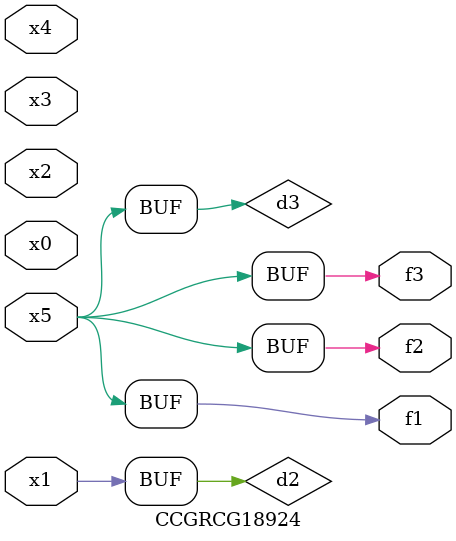
<source format=v>
module CCGRCG18924(
	input x0, x1, x2, x3, x4, x5,
	output f1, f2, f3
);

	wire d1, d2, d3;

	not (d1, x5);
	or (d2, x1);
	xnor (d3, d1);
	assign f1 = d3;
	assign f2 = d3;
	assign f3 = d3;
endmodule

</source>
